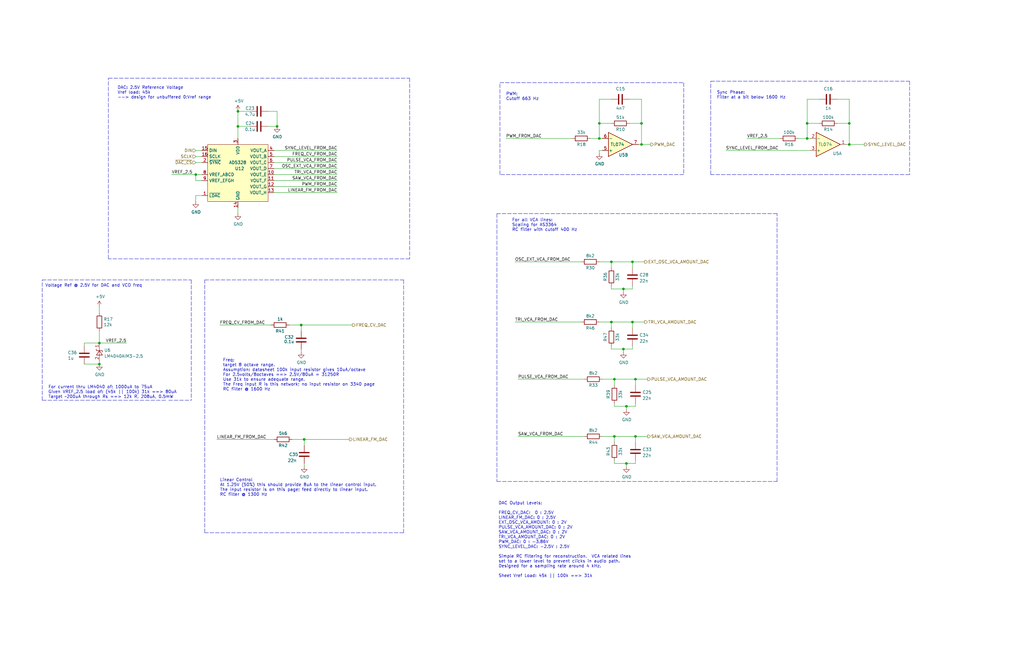
<source format=kicad_sch>
(kicad_sch (version 20230121) (generator eeschema)
  (paper "B")
  (title_block (title "Zoxnoxious 3340 Oscillator") (date "2024-06-20") (rev "0.7") (company "Zoxnoxious Engineering"))
  (lib_symbols
    (symbol "Amplifier_Operational:TL074" (pin_names (offset 0.127))
      (property "Reference" "U" (at 0 5.08 0))
      (property "Value" "TL074" (at 0 -5.08 0))
      (symbol "TL074_1_1"
        (polyline (pts (xy -5.08 5.08) (xy 5.08 0) (xy -5.08 -5.08) (xy -5.08 5.08)) (stroke (width 0.254)) (fill (type background)))
        (pin output line (at 7.62 0 180) (length 2.54) (name "~") (number "1"))
        (pin input line (at -7.62 -2.54 0) (length 2.54) (name "-") (number "2"))
        (pin input line (at -7.62 2.54 0) (length 2.54) (name "+") (number "3"))
      )
      (symbol "TL074_2_1"
        (polyline (pts (xy -5.08 5.08) (xy 5.08 0) (xy -5.08 -5.08) (xy -5.08 5.08)) (stroke (width 0.254)) (fill (type background)))
        (pin input line (at -7.62 2.54 0) (length 2.54) (name "+") (number "5"))
        (pin input line (at -7.62 -2.54 0) (length 2.54) (name "-") (number "6"))
        (pin output line (at 7.62 0 180) (length 2.54) (name "~") (number "7"))
      )
      (symbol "TL074_3_1"
        (polyline (pts (xy -5.08 5.08) (xy 5.08 0) (xy -5.08 -5.08) (xy -5.08 5.08)) (stroke (width 0.254)) (fill (type background)))
        (pin input line (at -7.62 2.54 0) (length 2.54) (name "+") (number "10"))
        (pin output line (at 7.62 0 180) (length 2.54) (name "~") (number "8"))
        (pin input line (at -7.62 -2.54 0) (length 2.54) (name "-") (number "9"))
      )
      (symbol "TL074_4_1"
        (polyline (pts (xy -5.08 5.08) (xy 5.08 0) (xy -5.08 -5.08) (xy -5.08 5.08)) (stroke (width 0.254)) (fill (type background)))
        (pin input line (at -7.62 2.54 0) (length 2.54) (name "+") (number "12"))
        (pin input line (at -7.62 -2.54 0) (length 2.54) (name "-") (number "13"))
        (pin output line (at 7.62 0 180) (length 2.54) (name "~") (number "14"))
      )
      (symbol "TL074_5_1"
        (pin power_in line (at -2.54 -7.62 90) (length 3.81) (name "V-") (number "11"))
        (pin power_in line (at -2.54 7.62 270) (length 3.81) (name "V+") (number "4"))
      )
    )
    (symbol "Device:C" (pin_numbers hide) (pin_names (offset 0.254))
      (property "Reference" "C" (at 0.635 2.54 0))
      (property "Value" "C" (at 0.635 -2.54 0))
      (symbol "C_0_1"
        (polyline (pts (xy -2.032 -0.762) (xy 2.032 -0.762)) (stroke (width 0.508)))
        (polyline (pts (xy -2.032 0.762) (xy 2.032 0.762)) (stroke (width 0.508)))
      )
      (symbol "C_1_1"
        (pin passive line (at 0 3.81 270) (length 2.794) (name "~") (number "1"))
        (pin passive line (at 0 -3.81 90) (length 2.794) (name "~") (number "2"))
      )
    )
    (symbol "Device:R" (pin_numbers hide) (pin_names (offset 0))
      (property "Reference" "R" (at 2.032 0 90))
      (property "Value" "R" (at 0 0 90))
      (symbol "R_0_1"
        (rectangle (start -1.016 -2.54) (end 1.016 2.54) (stroke (width 0.254)))
      )
      (symbol "R_1_1"
        (pin passive line (at 0 3.81 270) (length 1.27) (name "~") (number "1"))
        (pin passive line (at 0 -3.81 90) (length 1.27) (name "~") (number "2"))
      )
    )
    (symbol "Reference_Voltage:LM4040DBZ-2.5" (pin_names (offset 0.0254) hide)
      (property "Reference" "U" (at 0 2.54 0))
      (property "Value" "LM4040DBZ-2.5" (at 0 -3.175 0))
      (symbol "LM4040DBZ-2.5_0_1"
        (polyline (pts (xy -1.27 0) (xy 0 0) (xy 1.27 0)))
        (polyline (pts (xy -1.27 -1.27) (xy 0.635 0) (xy -1.27 1.27) (xy -1.27 -1.27)) (stroke (width 0.2032)))
        (polyline (pts (xy 0 -1.27) (xy 0.635 -1.27) (xy 0.635 1.27) (xy 1.27 1.27)) (stroke (width 0.2032)))
      )
      (symbol "LM4040DBZ-2.5_1_1"
        (pin passive line (at 3.81 0 180) (length 2.54) (name "K") (number "1"))
        (pin passive line (at -3.81 0 0) (length 2.54) (name "A") (number "2"))
      )
    )
    (symbol "as3340:AD5328"
      (property "Reference" "U" (at 0 -2.54 0))
      (property "Value" "AD5328" (at 0 0 0))
      (symbol "AD5328_0_1"
        (rectangle (start -12.7 10.16) (end 12.7 -13.97) (stroke (width 0.1524)) (fill (type background)))
      )
      (symbol "AD5328_1_1"
        (pin input line (at -15.24 -11.43 0) (length 2.54) (name "~{LDAC}") (number "1"))
        (pin output line (at 15.24 -2.54 180) (length 2.54) (name "VOUT_E") (number "10"))
        (pin output line (at 15.24 -5.08 180) (length 2.54) (name "VOUT_F") (number "11"))
        (pin output line (at 15.24 -7.62 180) (length 2.54) (name "VOUT_G") (number "12"))
        (pin output line (at 15.24 -10.16 180) (length 2.54) (name "VOUT_H") (number "13"))
        (pin power_in line (at 0 -16.51 90) (length 2.54) (name "GND") (number "14"))
        (pin input line (at -15.24 7.62 0) (length 2.54) (name "DIN") (number "15"))
        (pin input line (at -15.24 5.08 0) (length 2.54) (name "SCLK") (number "16"))
        (pin input line (at -15.24 2.54 0) (length 2.54) (name "~{SYNC}") (number "2"))
        (pin power_in line (at 0 12.7 270) (length 2.54) (name "VDD") (number "3"))
        (pin output line (at 15.24 7.62 180) (length 2.54) (name "VOUT_A") (number "4"))
        (pin output line (at 15.24 5.08 180) (length 2.54) (name "VOUT_B") (number "5"))
        (pin output line (at 15.24 2.54 180) (length 2.54) (name "VOUT_C") (number "6"))
        (pin output line (at 15.24 0 180) (length 2.54) (name "VOUT_D") (number "7"))
        (pin input line (at -15.24 -2.54 0) (length 2.54) (name "VREF_ABCD") (number "8"))
        (pin input line (at -15.24 -5.08 0) (length 2.54) (name "VREF_EFGH") (number "9"))
      )
    )
    (symbol "power:+5V" (power) (pin_names (offset 0))
      (property "Value" "+5V" (at 0 3.556 0))
      (symbol "+5V_0_1"
        (polyline (pts (xy -0.762 1.27) (xy 0 2.54)))
        (polyline (pts (xy 0 0) (xy 0 2.54)))
        (polyline (pts (xy 0 2.54) (xy 0.762 1.27)))
      )
      (symbol "+5V_1_1"
        (pin power_in line (at 0 0 90) (length 0) hide (name "+5V") (number "1"))
      )
    )
    (symbol "power:GND" (power) (pin_names (offset 0))
      (property "Value" "GND" (at 0 -3.81 0))
      (symbol "GND_0_1"
        (polyline (pts (xy 0 0) (xy 0 -1.27) (xy 1.27 -1.27) (xy 0 -2.54) (xy -1.27 -1.27) (xy 0 -1.27)))
      )
      (symbol "GND_1_1"
        (pin power_in line (at 0 0 270) (length 0) hide (name "GND") (number "1"))
      )
    )
  )
  (junction (at 340.36 58.42))
  (junction (at 257.81 135.89))
  (junction (at 100.33 53.34))
  (junction (at 262.89 147.32))
  (junction (at 266.7 135.89))
  (junction (at 257.81 110.49))
  (junction (at 270.51 60.96))
  (junction (at 358.14 60.96))
  (junction (at 41.91 144.78))
  (junction (at 264.16 171.45))
  (junction (at 116.84 53.34))
  (junction (at 252.73 58.42))
  (junction (at 340.36 52.07))
  (junction (at 127 137.16))
  (junction (at 259.08 184.15))
  (junction (at 100.33 46.99))
  (junction (at 264.16 195.58))
  (junction (at 270.51 52.07))
  (junction (at 41.91 153.67))
  (junction (at 259.08 160.02))
  (junction (at 266.7 110.49))
  (junction (at 267.97 184.15))
  (junction (at 267.97 160.02))
  (junction (at 262.89 121.92))
  (junction (at 252.73 52.07))
  (junction (at 128.27 185.42))
  (junction (at 82.55 73.66))
  (junction (at 358.14 52.07))
  (wire (pts (xy 92.71 137.16) (xy 114.3 137.16)))
  (wire (pts (xy 265.43 52.07) (xy 270.51 52.07)))
  (polyline (pts (xy 299.72 73.66) (xy 299.72 34.29)) (stroke (width 0) (type dash)))
  (wire (pts (xy 217.17 135.89) (xy 245.11 135.89)))
  (wire (pts (xy 127 137.16) (xy 127 139.7)))
  (wire (pts (xy 35.56 153.67) (xy 41.91 153.67)))
  (wire (pts (xy 41.91 129.54) (xy 41.91 132.08)))
  (polyline (pts (xy 383.54 73.66) (xy 299.72 73.66)) (stroke (width 0) (type dash)))
  (wire (pts (xy 345.44 41.91) (xy 340.36 41.91)))
  (polyline (pts (xy 210.82 73.66) (xy 210.82 34.925)) (stroke (width 0) (type dash)))
  (wire (pts (xy 128.27 185.42) (xy 128.27 187.96)))
  (polyline (pts (xy 45.72 109.22) (xy 45.72 33.02)) (stroke (width 0) (type dash)))
  (wire (pts (xy 259.08 162.56) (xy 259.08 160.02)))
  (wire (pts (xy 82.55 63.5) (xy 85.09 63.5)))
  (wire (pts (xy 115.57 63.5) (xy 142.24 63.5)))
  (wire (pts (xy 257.81 110.49) (xy 266.7 110.49)))
  (wire (pts (xy 266.7 135.89) (xy 271.78 135.89)))
  (polyline (pts (xy 210.82 34.925) (xy 288.29 34.925)) (stroke (width 0) (type dash)))
  (wire (pts (xy 262.89 121.92) (xy 266.7 121.92)))
  (polyline (pts (xy 170.18 118.11) (xy 170.18 224.79)) (stroke (width 0) (type dash)))
  (polyline (pts (xy 71.12 168.91) (xy 80.645 168.91)) (stroke (width 0) (type dash)))
  (polyline (pts (xy 299.72 34.29) (xy 383.54 34.29)) (stroke (width 0) (type dash)))
  (wire (pts (xy 35.56 146.05) (xy 35.56 144.78)))
  (wire (pts (xy 358.14 41.91) (xy 358.14 52.07)))
  (wire (pts (xy 267.97 170.18) (xy 267.97 171.45)))
  (wire (pts (xy 257.81 41.91) (xy 252.73 41.91)))
  (polyline (pts (xy 17.78 168.91) (xy 17.78 118.11)) (stroke (width 0) (type dash)))
  (wire (pts (xy 259.08 195.58) (xy 259.08 194.31)))
  (wire (pts (xy 100.33 53.34) (xy 100.33 46.99)))
  (wire (pts (xy 270.51 52.07) (xy 270.51 60.96)))
  (wire (pts (xy 266.7 121.92) (xy 266.7 120.65)))
  (wire (pts (xy 116.84 46.99) (xy 113.03 46.99)))
  (wire (pts (xy 218.44 184.15) (xy 246.38 184.15)))
  (wire (pts (xy 266.7 146.05) (xy 266.7 147.32)))
  (wire (pts (xy 266.7 135.89) (xy 266.7 138.43)))
  (polyline (pts (xy 209.55 203.2) (xy 327.66 203.2)) (stroke (width 0) (type dash)))
  (wire (pts (xy 82.55 73.66) (xy 85.09 73.66)))
  (polyline (pts (xy 80.645 118.11) (xy 80.645 168.91)) (stroke (width 0) (type dash)))
  (wire (pts (xy 259.08 184.15) (xy 267.97 184.15)))
  (wire (pts (xy 257.81 110.49) (xy 252.73 110.49)))
  (wire (pts (xy 127 147.32) (xy 127 148.59)))
  (wire (pts (xy 252.73 64.77) (xy 252.73 63.5)))
  (wire (pts (xy 85.09 76.2) (xy 82.55 76.2)))
  (wire (pts (xy 115.57 68.58) (xy 142.24 68.58)))
  (wire (pts (xy 218.44 160.02) (xy 246.38 160.02)))
  (wire (pts (xy 100.33 53.34) (xy 105.41 53.34)))
  (polyline (pts (xy 86.36 224.79) (xy 86.36 118.11)) (stroke (width 0) (type dash)))
  (wire (pts (xy 35.56 144.78) (xy 41.91 144.78)))
  (wire (pts (xy 41.91 144.78) (xy 53.34 144.78)))
  (wire (pts (xy 115.57 78.74) (xy 142.24 78.74)))
  (wire (pts (xy 266.7 110.49) (xy 271.78 110.49)))
  (wire (pts (xy 115.57 76.2) (xy 142.24 76.2)))
  (wire (pts (xy 358.14 60.96) (xy 364.49 60.96)))
  (wire (pts (xy 270.51 41.91) (xy 270.51 52.07)))
  (polyline (pts (xy 17.78 118.11) (xy 80.645 118.11)) (stroke (width 0) (type dash)))
  (wire (pts (xy 41.91 152.4) (xy 41.91 153.67)))
  (wire (pts (xy 341.63 58.42) (xy 340.36 58.42)))
  (polyline (pts (xy 209.55 90.17) (xy 209.55 203.2)) (stroke (width 0) (type dash)))
  (wire (pts (xy 100.33 46.99) (xy 105.41 46.99)))
  (wire (pts (xy 314.96 58.42) (xy 328.93 58.42)))
  (wire (pts (xy 265.43 41.91) (xy 270.51 41.91)))
  (wire (pts (xy 121.92 137.16) (xy 127 137.16)))
  (wire (pts (xy 82.55 76.2) (xy 82.55 73.66)))
  (wire (pts (xy 267.97 184.15) (xy 273.05 184.15)))
  (wire (pts (xy 270.51 60.96) (xy 274.32 60.96)))
  (polyline (pts (xy 172.72 109.22) (xy 45.72 109.22)) (stroke (width 0) (type dash)))
  (wire (pts (xy 257.81 138.43) (xy 257.81 135.89)))
  (wire (pts (xy 115.57 66.04) (xy 142.24 66.04)))
  (wire (pts (xy 127 137.16) (xy 148.59 137.16)))
  (wire (pts (xy 115.57 81.28) (xy 142.24 81.28)))
  (wire (pts (xy 100.33 87.63) (xy 100.33 90.17)))
  (wire (pts (xy 266.7 110.49) (xy 266.7 113.03)))
  (wire (pts (xy 82.55 66.04) (xy 85.09 66.04)))
  (wire (pts (xy 266.7 147.32) (xy 262.89 147.32)))
  (polyline (pts (xy 288.29 34.925) (xy 288.29 73.66)) (stroke (width 0) (type dash)))
  (wire (pts (xy 267.97 184.15) (xy 267.97 186.69)))
  (wire (pts (xy 345.44 52.07) (xy 340.36 52.07)))
  (wire (pts (xy 82.55 82.55) (xy 82.55 85.09)))
  (wire (pts (xy 267.97 160.02) (xy 267.97 162.56)))
  (polyline (pts (xy 383.54 34.29) (xy 383.54 73.66)) (stroke (width 0) (type dash)))
  (polyline (pts (xy 69.85 168.91) (xy 17.78 168.91)) (stroke (width 0) (type dash)))
  (polyline (pts (xy 170.18 224.79) (xy 86.36 224.79)) (stroke (width 0) (type dash)))
  (wire (pts (xy 262.89 147.32) (xy 262.89 148.59)))
  (wire (pts (xy 262.89 121.92) (xy 262.89 123.19)))
  (wire (pts (xy 340.36 52.07) (xy 340.36 58.42)))
  (wire (pts (xy 100.33 53.34) (xy 100.33 58.42)))
  (wire (pts (xy 257.81 52.07) (xy 252.73 52.07)))
  (wire (pts (xy 116.84 53.34) (xy 116.84 46.99)))
  (polyline (pts (xy 327.66 90.17) (xy 209.55 90.17)) (stroke (width 0) (type dash)))
  (wire (pts (xy 264.16 195.58) (xy 264.16 196.85)))
  (wire (pts (xy 259.08 171.45) (xy 264.16 171.45)))
  (wire (pts (xy 340.36 41.91) (xy 340.36 52.07)))
  (wire (pts (xy 257.81 121.92) (xy 262.89 121.92)))
  (polyline (pts (xy 172.72 33.02) (xy 172.72 109.22)) (stroke (width 0) (type dash)))
  (wire (pts (xy 257.81 147.32) (xy 262.89 147.32)))
  (wire (pts (xy 254 58.42) (xy 252.73 58.42)))
  (wire (pts (xy 252.73 63.5) (xy 254 63.5)))
  (wire (pts (xy 217.17 110.49) (xy 245.11 110.49)))
  (wire (pts (xy 72.39 73.66) (xy 82.55 73.66)))
  (wire (pts (xy 353.06 52.07) (xy 358.14 52.07)))
  (wire (pts (xy 264.16 171.45) (xy 264.16 172.72)))
  (wire (pts (xy 259.08 160.02) (xy 267.97 160.02)))
  (wire (pts (xy 128.27 195.58) (xy 128.27 196.85)))
  (wire (pts (xy 257.81 135.89) (xy 252.73 135.89)))
  (wire (pts (xy 257.81 135.89) (xy 266.7 135.89)))
  (wire (pts (xy 252.73 52.07) (xy 252.73 58.42)))
  (wire (pts (xy 91.44 185.42) (xy 115.57 185.42)))
  (polyline (pts (xy 327.66 203.2) (xy 327.66 90.17)) (stroke (width 0) (type dash)))
  (wire (pts (xy 358.14 52.07) (xy 358.14 60.96)))
  (wire (pts (xy 82.55 68.58) (xy 85.09 68.58)))
  (polyline (pts (xy 86.36 118.11) (xy 170.18 118.11)) (stroke (width 0) (type dash)))
  (wire (pts (xy 41.91 139.7) (xy 41.91 144.78)))
  (wire (pts (xy 113.03 53.34) (xy 116.84 53.34)))
  (wire (pts (xy 259.08 171.45) (xy 259.08 170.18)))
  (wire (pts (xy 259.08 160.02) (xy 254 160.02)))
  (wire (pts (xy 115.57 71.12) (xy 142.24 71.12)))
  (wire (pts (xy 358.14 60.96) (xy 356.87 60.96)))
  (wire (pts (xy 257.81 113.03) (xy 257.81 110.49)))
  (wire (pts (xy 213.36 58.42) (xy 241.3 58.42)))
  (wire (pts (xy 259.08 184.15) (xy 254 184.15)))
  (wire (pts (xy 248.92 58.42) (xy 252.73 58.42)))
  (wire (pts (xy 259.08 186.69) (xy 259.08 184.15)))
  (wire (pts (xy 85.09 82.55) (xy 82.55 82.55)))
  (wire (pts (xy 267.97 160.02) (xy 273.05 160.02)))
  (wire (pts (xy 353.06 41.91) (xy 358.14 41.91)))
  (wire (pts (xy 123.19 185.42) (xy 128.27 185.42)))
  (wire (pts (xy 267.97 171.45) (xy 264.16 171.45)))
  (wire (pts (xy 270.51 60.96) (xy 269.24 60.96)))
  (wire (pts (xy 252.73 41.91) (xy 252.73 52.07)))
  (wire (pts (xy 115.57 73.66) (xy 142.24 73.66)))
  (polyline (pts (xy 45.72 33.02) (xy 172.72 33.02)) (stroke (width 0) (type dash)))
  (polyline (pts (xy 288.29 73.66) (xy 210.82 73.66)) (stroke (width 0) (type dash)))
  (wire (pts (xy 259.08 195.58) (xy 264.16 195.58)))
  (wire (pts (xy 267.97 195.58) (xy 264.16 195.58)))
  (wire (pts (xy 257.81 147.32) (xy 257.81 146.05)))
  (wire (pts (xy 267.97 194.31) (xy 267.97 195.58)))
  (wire (pts (xy 306.07 63.5) (xy 341.63 63.5)))
  (wire (pts (xy 336.55 58.42) (xy 340.36 58.42)))
  (wire (pts (xy 257.81 121.92) (xy 257.81 120.65)))
  (wire (pts (xy 128.27 185.42) (xy 147.32 185.42)))
  (text "Linear Control\nAt 1.25V (50%) this should provide 8uA to the linear control input.\nThe input resistor is on this page; feed directly to linear input.\nRC filter @ 1300 Hz" (at 92.71 209.55 0) (effects (font (size 1.27 1.27)) (justify left bottom)))
  (text "Sync Phase:\nFilter at a bit below 1600 Hz" (at 302.26 41.91 0) (effects (font (size 1.27 1.27)) (justify left bottom)))
  (text "Voltage Ref @ 2.5V for DAC and VCO freq" (at 19.05 121.285 0) (effects (font (size 1.27 1.27)) (justify left bottom)))
  (text "PWM:\nCutoff 663 Hz\n" (at 213.36 42.545 0) (effects (font (size 1.27 1.27)) (justify left bottom)))
  (text "DAC Output Levels:\n\nFREQ_CV_DAC:  0 : 2.5V\nLINEAR_FM_DAC: 0 : 2.5V\nEXT_OSC_VCA_AMOUNT: 0 : 2V\nPULSE_VCA_AMOUNT_DAC: 0 : 2V\nSAW_VCA_AMOUNT_DAC: 0 : 2V\nTRI_VCA_AMOUNT_DAC: 0 : 2V\nPWM_DAC: 0 : -3.86V\nSYNC_LEVEL_DAC: -2.5V : 2.5V\n\nSimple RC filtering for reconstruction.  VCA related lines\nset to a lower level to prevent clicks in audio path.\nDesigned for a sampling rate around 4 kHz.\n\nSheet Vref Load: 45k || 100k ==> 31k" (at 210.185 243.84 0) (effects (font (size 1.27 1.27)) (justify left bottom)))
  (text "For current thru LM4040 of: 1000uA to 75uA\nGiven VREF_2.5 load of: (45k || 100k) 31k ==> 80uA\nTarget ~200uA through Rs ==> 12k R, 208uA, 0.5mW\n" (at 20.32 168.275 0) (effects (font (size 1.27 1.27)) (justify left bottom)))
  (text "Freq:\ntarget 8 octave range.\nAssumption: datasheet 100k input resistor gives 10uA/octave\nFor 2.5volts/8octaves ==> 2.5V/80uA = 31250R\nUse 31k to ensure adequate range.\nThe Freq input R is this network; no input resistor on 3340 page\nRC filter @ 1600 Hz" (at 93.98 165.1 0) (effects (font (size 1.27 1.27)) (justify left bottom)))
  (text "For all VCA lines:\nScaling for AS3364\nRC filter with cutoff 400 Hz" (at 215.9 97.79 0) (effects (font (size 1.27 1.27)) (justify left bottom)))
  (text "DAC: 2.5V Reference Voltage\nVref load: 45k\n--> design for unbuffered 0:Vref range" (at 49.53 41.91 0) (effects (font (size 1.27 1.27)) (justify left bottom)))
  (label "TRI_VCA_FROM_DAC" (at 142.24 73.66 180))
  (label "PWM_FROM_DAC" (at 142.24 78.74 180))
  (label "SAW_VCA_FROM_DAC" (at 142.24 76.2 180))
  (label "VREF_2.5" (at 53.34 144.78 180))
  (label "PULSE_VCA_FROM_DAC" (at 218.44 160.02 0))
  (label "PULSE_VCA_FROM_DAC" (at 142.24 68.58 180))
  (label "OSC_EXT_VCA_FROM_DAC" (at 142.24 71.12 180))
  (label "TRI_VCA_FROM_DAC" (at 217.17 135.89 0))
  (label "PWM_FROM_DAC" (at 213.36 58.42 0))
  (label "OSC_EXT_VCA_FROM_DAC" (at 217.17 110.49 0))
  (label "SYNC_LEVEL_FROM_DAC" (at 306.07 63.5 0))
  (label "VREF_2.5" (at 314.96 58.42 0))
  (label "LINEAR_FM_FROM_DAC" (at 91.44 185.42 0))
  (label "SAW_VCA_FROM_DAC" (at 218.44 184.15 0))
  (label "FREQ_CV_FROM_DAC" (at 92.71 137.16 0))
  (label "VREF_2.5" (at 72.39 73.66 0))
  (label "FREQ_CV_FROM_DAC" (at 142.24 66.04 180))
  (label "SYNC_LEVEL_FROM_DAC" (at 142.24 63.5 180))
  (label "LINEAR_FM_FROM_DAC" (at 142.24 81.28 180))
  (hierarchical_label "EXT_OSC_VCA_AMOUNT_DAC" (shape output) (at 271.78 110.49 0))
  (hierarchical_label "PWM_DAC" (shape output) (at 274.32 60.96 0))
  (hierarchical_label "TRI_VCA_AMOUNT_DAC" (shape output) (at 271.78 135.89 0))
  (hierarchical_label "FREQ_CV_DAC" (shape output) (at 148.59 137.16 0))
  (hierarchical_label "DIN" (shape input) (at 82.55 63.5 180))
  (hierarchical_label "PULSE_VCA_AMOUNT_DAC" (shape output) (at 273.05 160.02 0))
  (hierarchical_label "SAW_VCA_AMOUNT_DAC" (shape output) (at 273.05 184.15 0))
  (hierarchical_label "~{DAC_CS}" (shape input) (at 82.55 68.58 180))
  (hierarchical_label "LINEAR_FM_DAC" (shape output) (at 147.32 185.42 0))
  (hierarchical_label "SCLK" (shape input) (at 82.55 66.04 180))
  (hierarchical_label "SYNC_LEVEL_DAC" (shape output) (at 364.49 60.96 0))
  (symbol (lib_id "power:GND") (at 127 148.59 0) (unit 1)
    (property "Reference" "#PWR066" (effects hide))
    (property "Value" "GND" (at 127.127 152.9842 0))
  )
  (symbol (lib_id "Device:R") (at 118.11 137.16 270) (unit 1)
    (property "Reference" "R41" (at 118.11 139.7 90))
    (property "Value" "1k" (at 118.11 134.62 90))
    (property "Footprint" "Resistor_SMD:R_0603_1608Metric" (effects hide))
    (property "LCSC Part" "C21190" (effects hide))
  )
  (symbol (lib_id "power:GND") (at 82.55 85.09 0) (unit 1)
    (property "Reference" "#PWR033" (effects hide))
    (property "Value" "GND" (at 82.677 89.4842 0))
  )
  (symbol (lib_id "power:GND") (at 116.84 53.34 0) (unit 1)
    (property "Reference" "#PWR034" (effects hide))
    (property "Value" "GND" (at 116.967 57.7342 0))
  )
  (symbol (lib_id "Device:C") (at 109.22 46.99 90) (unit 1)
    (property "Reference" "C23" (at 105.41 45.72 90))
    (property "Value" "4.7u" (at 105.41 48.26 90))
    (property "Footprint" "Capacitor_SMD:C_0805_2012Metric" (effects hide))
    (property "LCSC Part" "C1779" (effects hide))
  )
  (symbol (lib_id "Device:C") (at 109.22 53.34 90) (unit 1)
    (property "Reference" "C24" (at 105.41 52.07 90))
    (property "Value" "0.1u" (at 105.41 54.61 90))
    (property "Footprint" "Capacitor_SMD:C_0603_1608Metric" (effects hide))
    (property "LCSC Part" "C14663" (effects hide))
  )
  (symbol (lib_id "power:GND") (at 262.89 123.19 0) (unit 1)
    (property "Reference" "#PWR070" (effects hide))
    (property "Value" "GND" (at 263.017 127.5842 0))
  )
  (symbol (lib_id "power:GND") (at 252.73 64.77 0) (unit 1)
    (property "Reference" "#PWR0111" (effects hide))
    (property "Value" "GND" (at 252.857 69.1642 0))
  )
  (symbol (lib_id "Device:R") (at 245.11 58.42 270) (unit 1)
    (property "Reference" "R18" (at 245.11 60.96 90))
    (property "Value" "33k" (at 245.11 55.88 90))
    (property "Footprint" "Resistor_SMD:R_0603_1608Metric" (effects hide))
    (property "LCSC Part" "C4216" (effects hide))
  )
  (symbol (lib_id "Device:R") (at 261.62 52.07 270) (unit 1)
    (property "Reference" "R10" (at 261.62 54.61 90))
    (property "Value" "51k" (at 261.62 49.53 90))
    (property "Footprint" "Resistor_SMD:R_0603_1608Metric" (effects hide))
    (property "LCSC Part" "C23196" (effects hide))
  )
  (symbol (lib_id "power:+5V") (at 100.33 46.99 0) (unit 1)
    (property "Reference" "#PWR062" (effects hide))
    (property "Value" "+5V" (at 100.711 42.5958 0))
  )
  (symbol (lib_id "Device:R") (at 248.92 110.49 270) (unit 1)
    (property "Reference" "R30" (at 248.92 113.03 90))
    (property "Value" "8k2" (at 248.92 107.95 90))
    (property "Footprint" "Resistor_SMD:R_0603_1608Metric" (effects hide))
    (property "LCSC Part" "C25981" (effects hide))
  )
  (symbol (lib_id "Device:R") (at 257.81 116.84 180) (unit 1)
    (property "Reference" "R36" (at 255.27 116.84 90))
    (property "Value" "33k" (at 260.35 116.84 90))
    (property "Footprint" "Resistor_SMD:R_0603_1608Metric" (effects hide))
    (property "LCSC Part" "C4216" (effects hide))
  )
  (symbol (lib_id "power:GND") (at 262.89 148.59 0) (unit 1)
    (property "Reference" "#PWR0109" (effects hide))
    (property "Value" "GND" (at 263.017 152.9842 0))
  )
  (symbol (lib_id "Device:R") (at 248.92 135.89 270) (unit 1)
    (property "Reference" "R46" (at 248.92 138.43 90))
    (property "Value" "8k2" (at 248.92 133.35 90))
    (property "Footprint" "Resistor_SMD:R_0603_1608Metric" (effects hide))
    (property "LCSC Part" "C25981" (effects hide))
  )
  (symbol (lib_id "Device:R") (at 257.81 142.24 180) (unit 1)
    (property "Reference" "R47" (at 255.27 142.24 90))
    (property "Value" "33k" (at 260.35 142.24 90))
    (property "Footprint" "Resistor_SMD:R_0603_1608Metric" (effects hide))
    (property "LCSC Part" "C4216" (effects hide))
  )
  (symbol (lib_id "Device:C") (at 267.97 166.37 0) (unit 1)
    (property "Reference" "C25" (at 270.891 165.5353 0) (effects (justify left)))
    (property "Value" "22n" (at 270.891 168.0722 0) (effects (justify left)))
    (property "Footprint" "Capacitor_SMD:C_0603_1608Metric" (effects hide))
    (property "LCSC Part" "C21122" (effects hide))
  )
  (symbol (lib_id "Device:C") (at 35.56 149.86 0) (unit 1)
    (property "Reference" "C36" (at 28.575 148.8186 0) (effects (justify left)))
    (property "Value" "1u" (at 28.575 151.13 0) (effects (justify left)))
    (property "Footprint" "Capacitor_SMD:C_0603_1608Metric" (effects hide))
    (property "LCSC Part" "C15849" (effects hide))
  )
  (symbol (lib_id "power:GND") (at 128.27 196.85 0) (unit 1)
    (property "Reference" "#PWR076" (effects hide))
    (property "Value" "GND" (at 128.397 201.2442 0))
  )
  (symbol (lib_id "power:+5V") (at 41.91 129.54 0) (unit 1)
    (property "Reference" "#PWR09" (effects hide))
    (property "Value" "+5V" (at 42.291 125.1458 0))
  )
  (symbol (lib_id "Device:R") (at 332.74 58.42 270) (unit 1)
    (property "Reference" "R16" (at 332.74 60.96 90))
    (property "Value" "100k" (at 332.74 55.88 90))
    (property "Footprint" "Resistor_SMD:R_0603_1608Metric" (effects hide))
    (property "LCSC Part" "C25803" (effects hide))
  )
  (symbol (lib_id "Device:R") (at 41.91 135.89 0) (unit 1)
    (property "Reference" "R17" (at 43.688 134.7216 0) (effects (justify left)))
    (property "Value" "12k" (at 43.688 137.033 0) (effects (justify left)))
    (property "Footprint" "Resistor_SMD:R_0603_1608Metric" (effects hide))
    (property "LCSC Part" "C22790" (effects hide))
  )
  (symbol (lib_id "Device:C") (at 266.7 116.84 0) (unit 1)
    (property "Reference" "C28" (at 269.621 116.0053 0) (effects (justify left)))
    (property "Value" "22n" (at 269.621 118.5422 0) (effects (justify left)))
    (property "Footprint" "Capacitor_SMD:C_0603_1608Metric" (effects hide))
    (property "LCSC Part" "C21122" (effects hide))
  )
  (symbol (lib_id "Device:R") (at 119.38 185.42 270) (unit 1)
    (property "Reference" "R42" (at 119.38 187.96 90))
    (property "Value" "5k6" (at 119.38 182.88 90))
    (property "Footprint" "Resistor_SMD:R_0603_1608Metric" (effects hide))
    (property "LCSC Part" "C23189" (effects hide))
  )
  (symbol (lib_id "Device:C") (at 266.7 142.24 0) (unit 1)
    (property "Reference" "C34" (at 269.621 141.4053 0) (effects (justify left)))
    (property "Value" "22n" (at 269.621 143.9422 0) (effects (justify left)))
    (property "Footprint" "Capacitor_SMD:C_0603_1608Metric" (effects hide))
    (property "LCSC Part" "C21122" (effects hide))
  )
  (symbol (lib_id "Device:R") (at 349.25 52.07 270) (unit 1)
    (property "Reference" "R14" (at 349.25 54.61 90))
    (property "Value" "100k" (at 349.25 49.53 90))
    (property "Footprint" "Resistor_SMD:R_0603_1608Metric" (effects hide))
    (property "LCSC Part" "C25803" (effects hide))
  )
  (symbol (lib_id "Device:R") (at 250.19 184.15 270) (unit 1)
    (property "Reference" "R44" (at 250.19 186.69 90))
    (property "Value" "8k2" (at 250.19 181.61 90))
    (property "Footprint" "Resistor_SMD:R_0603_1608Metric" (effects hide))
    (property "LCSC Part" "C25981" (effects hide))
  )
  (symbol (lib_id "Device:C") (at 349.25 41.91 90) (unit 1)
    (property "Reference" "C16" (at 349.25 37.465 90))
    (property "Value" "1n" (at 349.25 45.72 90))
    (property "Footprint" "Capacitor_SMD:C_0603_1608Metric" (effects hide))
    (property "LCSC Part" "C1588" (effects hide))
  )
  (symbol (lib_id "as3340:AD5328") (at 100.33 71.12 0) (unit 1)
    (property "Reference" "U12" (at 99.06 71.12 0) (effects (justify left)))
    (property "Value" "AD5328" (at 96.52 68.58 0) (effects (justify left)))
    (property "Footprint" "Package_SO:TSSOP-16_4.4x5mm_P0.65mm" (effects hide))
    (property "Datasheet" "https://www.analog.com/en/products/ad5308.html" (effects hide))
    (property "LCSC Part" "C29162" (effects hide))
  )
  (symbol (lib_id "Device:C") (at 128.27 191.77 180) (unit 1)
    (property "Reference" "C35" (at 123.825 191.77 0))
    (property "Value" "22n" (at 123.19 194.31 0))
    (property "Footprint" "Capacitor_SMD:C_0603_1608Metric" (effects hide))
    (property "LCSC Part" "C21122" (effects hide))
  )
  (symbol (lib_id "Amplifier_Operational:TL074") (at 349.25 60.96 0) (mirror x) (unit 1)
    (property "Reference" "U5" (at 353.06 64.77 0))
    (property "Value" "TL074" (at 347.98 60.96 0))
    (property "Footprint" "Package_SO:TSSOP-14_4.4x5mm_P0.65mm" (effects hide))
    (property "Datasheet" "http://www.ti.com/lit/ds/symlink/tl071.pdf" (effects hide))
    (property "LCSC Part" "C96507" (effects hide))
  )
  (symbol (lib_id "Device:R") (at 259.08 190.5 180) (unit 1)
    (property "Reference" "R43" (at 256.54 190.5 90))
    (property "Value" "33k" (at 261.62 190.5 90))
    (property "Footprint" "Resistor_SMD:R_0603_1608Metric" (effects hide))
    (property "LCSC Part" "C4216" (effects hide))
  )
  (symbol (lib_id "Reference_Voltage:LM4040DBZ-2.5") (at 41.91 148.59 90) (unit 1)
    (property "Reference" "U6" (at 43.9166 147.7553 90) (effects (justify right)))
    (property "Value" "LM4040AIM3-2.5" (at 43.9166 150.2922 90) (effects (justify right)))
    (property "Footprint" "Package_TO_SOT_SMD:SOT-23" (effects hide))
    (property "Datasheet" "http://www.ti.com/lit/ds/symlink/lm4040-n.pdf" (effects hide))
    (property "LCSC Part" "C460725" (effects hide))
  )
  (symbol (lib_id "Amplifier_Operational:TL074") (at 261.62 60.96 0) (mirror x) (unit 2)
    (property "Reference" "U5" (at 262.89 65.405 0))
    (property "Value" "TL074" (at 260.35 60.96 0))
    (property "Footprint" "Package_SO:TSSOP-14_4.4x5mm_P0.65mm" (effects hide))
    (property "Datasheet" "http://www.ti.com/lit/ds/symlink/tl071.pdf" (effects hide))
    (property "LCSC Part" "C96507" (effects hide))
  )
  (symbol (lib_id "Device:C") (at 127 143.51 180) (unit 1)
    (property "Reference" "C32" (at 121.92 142.24 0))
    (property "Value" "0.1u" (at 121.92 144.145 0))
    (property "Footprint" "Capacitor_SMD:C_0603_1608Metric" (effects hide))
    (property "LCSC Part" "C14663" (effects hide))
  )
  (symbol (lib_id "power:GND") (at 41.91 153.67 0) (unit 1)
    (property "Reference" "#PWR016" (effects hide))
    (property "Value" "GND" (at 42.037 158.0642 0))
  )
  (symbol (lib_id "power:GND") (at 100.33 90.17 0) (unit 1)
    (property "Reference" "#PWR063" (effects hide))
    (property "Value" "GND" (at 100.457 94.5642 0))
  )
  (symbol (lib_id "Device:R") (at 250.19 160.02 270) (unit 1)
    (property "Reference" "R33" (at 250.19 162.56 90))
    (property "Value" "8k2" (at 250.19 157.48 90))
    (property "Footprint" "Resistor_SMD:R_0603_1608Metric" (effects hide))
    (property "LCSC Part" "C25981" (effects hide))
  )
  (symbol (lib_id "Device:C") (at 267.97 190.5 0) (unit 1)
    (property "Reference" "C33" (at 270.891 189.6653 0) (effects (justify left)))
    (property "Value" "22n" (at 270.891 192.2022 0) (effects (justify left)))
    (property "Footprint" "Capacitor_SMD:C_0603_1608Metric" (effects hide))
    (property "LCSC Part" "C21122" (effects hide))
  )
  (symbol (lib_id "power:GND") (at 264.16 172.72 0) (unit 1)
    (property "Reference" "#PWR043" (effects hide))
    (property "Value" "GND" (at 264.287 177.1142 0))
  )
  (symbol (lib_id "Device:C") (at 261.62 41.91 90) (unit 1)
    (property "Reference" "C15" (at 261.62 37.465 90))
    (property "Value" "4n7" (at 261.62 45.72 90))
    (property "Footprint" "Capacitor_SMD:C_0603_1608Metric" (effects hide))
    (property "LCSC Part" "C53987" (effects hide))
  )
  (symbol (lib_id "power:GND") (at 264.16 196.85 0) (unit 1)
    (property "Reference" "#PWR075" (effects hide))
    (property "Value" "GND" (at 264.287 201.2442 0))
  )
  (symbol (lib_id "Device:R") (at 259.08 166.37 180) (unit 1)
    (property "Reference" "R39" (at 256.54 166.37 90))
    (property "Value" "33k" (at 261.62 166.37 90))
    (property "Footprint" "Resistor_SMD:R_0603_1608Metric" (effects hide))
    (property "LCSC Part" "C4216" (effects hide))
  )
)
</source>
